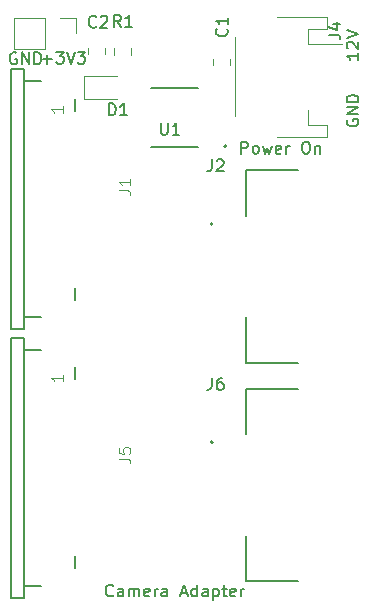
<source format=gbr>
G04 #@! TF.GenerationSoftware,KiCad,Pcbnew,(5.1.0)-1*
G04 #@! TF.CreationDate,2020-04-04T17:21:39+01:00*
G04 #@! TF.ProjectId,Camera Adapter,43616d65-7261-4204-9164-61707465722e,rev?*
G04 #@! TF.SameCoordinates,Original*
G04 #@! TF.FileFunction,Legend,Top*
G04 #@! TF.FilePolarity,Positive*
%FSLAX46Y46*%
G04 Gerber Fmt 4.6, Leading zero omitted, Abs format (unit mm)*
G04 Created by KiCad (PCBNEW (5.1.0)-1) date 2020-04-04 17:21:39*
%MOMM*%
%LPD*%
G04 APERTURE LIST*
%ADD10C,0.150000*%
%ADD11C,0.200000*%
%ADD12C,0.120000*%
%ADD13C,0.127000*%
%ADD14C,0.050000*%
G04 APERTURE END LIST*
D10*
X49863595Y-31948428D02*
X50625500Y-31948428D01*
X50244547Y-32329380D02*
X50244547Y-31567476D01*
X51006452Y-31329380D02*
X51625500Y-31329380D01*
X51292166Y-31710333D01*
X51435023Y-31710333D01*
X51530261Y-31757952D01*
X51577880Y-31805571D01*
X51625500Y-31900809D01*
X51625500Y-32138904D01*
X51577880Y-32234142D01*
X51530261Y-32281761D01*
X51435023Y-32329380D01*
X51149309Y-32329380D01*
X51054071Y-32281761D01*
X51006452Y-32234142D01*
X51911214Y-31329380D02*
X52244547Y-32329380D01*
X52577880Y-31329380D01*
X52815976Y-31329380D02*
X53435023Y-31329380D01*
X53101690Y-31710333D01*
X53244547Y-31710333D01*
X53339785Y-31757952D01*
X53387404Y-31805571D01*
X53435023Y-31900809D01*
X53435023Y-32138904D01*
X53387404Y-32234142D01*
X53339785Y-32281761D01*
X53244547Y-32329380D01*
X52958833Y-32329380D01*
X52863595Y-32281761D01*
X52815976Y-32234142D01*
X47625095Y-31440500D02*
X47529857Y-31392880D01*
X47387000Y-31392880D01*
X47244142Y-31440500D01*
X47148904Y-31535738D01*
X47101285Y-31630976D01*
X47053666Y-31821452D01*
X47053666Y-31964309D01*
X47101285Y-32154785D01*
X47148904Y-32250023D01*
X47244142Y-32345261D01*
X47387000Y-32392880D01*
X47482238Y-32392880D01*
X47625095Y-32345261D01*
X47672714Y-32297642D01*
X47672714Y-31964309D01*
X47482238Y-31964309D01*
X48101285Y-32392880D02*
X48101285Y-31392880D01*
X48672714Y-32392880D01*
X48672714Y-31392880D01*
X49148904Y-32392880D02*
X49148904Y-31392880D01*
X49387000Y-31392880D01*
X49529857Y-31440500D01*
X49625095Y-31535738D01*
X49672714Y-31630976D01*
X49720333Y-31821452D01*
X49720333Y-31964309D01*
X49672714Y-32154785D01*
X49625095Y-32250023D01*
X49529857Y-32345261D01*
X49387000Y-32392880D01*
X49148904Y-32392880D01*
X75636500Y-37083904D02*
X75588880Y-37179142D01*
X75588880Y-37322000D01*
X75636500Y-37464857D01*
X75731738Y-37560095D01*
X75826976Y-37607714D01*
X76017452Y-37655333D01*
X76160309Y-37655333D01*
X76350785Y-37607714D01*
X76446023Y-37560095D01*
X76541261Y-37464857D01*
X76588880Y-37322000D01*
X76588880Y-37226761D01*
X76541261Y-37083904D01*
X76493642Y-37036285D01*
X76160309Y-37036285D01*
X76160309Y-37226761D01*
X76588880Y-36607714D02*
X75588880Y-36607714D01*
X76588880Y-36036285D01*
X75588880Y-36036285D01*
X76588880Y-35560095D02*
X75588880Y-35560095D01*
X75588880Y-35322000D01*
X75636500Y-35179142D01*
X75731738Y-35083904D01*
X75826976Y-35036285D01*
X76017452Y-34988666D01*
X76160309Y-34988666D01*
X76350785Y-35036285D01*
X76446023Y-35083904D01*
X76541261Y-35179142D01*
X76588880Y-35322000D01*
X76588880Y-35560095D01*
X76588880Y-31416547D02*
X76588880Y-31987976D01*
X76588880Y-31702261D02*
X75588880Y-31702261D01*
X75731738Y-31797500D01*
X75826976Y-31892738D01*
X75874595Y-31987976D01*
X75684119Y-31035595D02*
X75636500Y-30987976D01*
X75588880Y-30892738D01*
X75588880Y-30654642D01*
X75636500Y-30559404D01*
X75684119Y-30511785D01*
X75779357Y-30464166D01*
X75874595Y-30464166D01*
X76017452Y-30511785D01*
X76588880Y-31083214D01*
X76588880Y-30464166D01*
X75588880Y-30178452D02*
X76588880Y-29845119D01*
X75588880Y-29511785D01*
X66666666Y-39952380D02*
X66666666Y-38952380D01*
X67047619Y-38952380D01*
X67142857Y-39000000D01*
X67190476Y-39047619D01*
X67238095Y-39142857D01*
X67238095Y-39285714D01*
X67190476Y-39380952D01*
X67142857Y-39428571D01*
X67047619Y-39476190D01*
X66666666Y-39476190D01*
X67809523Y-39952380D02*
X67714285Y-39904761D01*
X67666666Y-39857142D01*
X67619047Y-39761904D01*
X67619047Y-39476190D01*
X67666666Y-39380952D01*
X67714285Y-39333333D01*
X67809523Y-39285714D01*
X67952380Y-39285714D01*
X68047619Y-39333333D01*
X68095238Y-39380952D01*
X68142857Y-39476190D01*
X68142857Y-39761904D01*
X68095238Y-39857142D01*
X68047619Y-39904761D01*
X67952380Y-39952380D01*
X67809523Y-39952380D01*
X68476190Y-39285714D02*
X68666666Y-39952380D01*
X68857142Y-39476190D01*
X69047619Y-39952380D01*
X69238095Y-39285714D01*
X70000000Y-39904761D02*
X69904761Y-39952380D01*
X69714285Y-39952380D01*
X69619047Y-39904761D01*
X69571428Y-39809523D01*
X69571428Y-39428571D01*
X69619047Y-39333333D01*
X69714285Y-39285714D01*
X69904761Y-39285714D01*
X70000000Y-39333333D01*
X70047619Y-39428571D01*
X70047619Y-39523809D01*
X69571428Y-39619047D01*
X70476190Y-39952380D02*
X70476190Y-39285714D01*
X70476190Y-39476190D02*
X70523809Y-39380952D01*
X70571428Y-39333333D01*
X70666666Y-39285714D01*
X70761904Y-39285714D01*
X72047619Y-38952380D02*
X72238095Y-38952380D01*
X72333333Y-39000000D01*
X72428571Y-39095238D01*
X72476190Y-39285714D01*
X72476190Y-39619047D01*
X72428571Y-39809523D01*
X72333333Y-39904761D01*
X72238095Y-39952380D01*
X72047619Y-39952380D01*
X71952380Y-39904761D01*
X71857142Y-39809523D01*
X71809523Y-39619047D01*
X71809523Y-39285714D01*
X71857142Y-39095238D01*
X71952380Y-39000000D01*
X72047619Y-38952380D01*
X72904761Y-39285714D02*
X72904761Y-39952380D01*
X72904761Y-39380952D02*
X72952380Y-39333333D01*
X73047619Y-39285714D01*
X73190476Y-39285714D01*
X73285714Y-39333333D01*
X73333333Y-39428571D01*
X73333333Y-39952380D01*
X55809523Y-77357142D02*
X55761904Y-77404761D01*
X55619047Y-77452380D01*
X55523809Y-77452380D01*
X55380952Y-77404761D01*
X55285714Y-77309523D01*
X55238095Y-77214285D01*
X55190476Y-77023809D01*
X55190476Y-76880952D01*
X55238095Y-76690476D01*
X55285714Y-76595238D01*
X55380952Y-76500000D01*
X55523809Y-76452380D01*
X55619047Y-76452380D01*
X55761904Y-76500000D01*
X55809523Y-76547619D01*
X56666666Y-77452380D02*
X56666666Y-76928571D01*
X56619047Y-76833333D01*
X56523809Y-76785714D01*
X56333333Y-76785714D01*
X56238095Y-76833333D01*
X56666666Y-77404761D02*
X56571428Y-77452380D01*
X56333333Y-77452380D01*
X56238095Y-77404761D01*
X56190476Y-77309523D01*
X56190476Y-77214285D01*
X56238095Y-77119047D01*
X56333333Y-77071428D01*
X56571428Y-77071428D01*
X56666666Y-77023809D01*
X57142857Y-77452380D02*
X57142857Y-76785714D01*
X57142857Y-76880952D02*
X57190476Y-76833333D01*
X57285714Y-76785714D01*
X57428571Y-76785714D01*
X57523809Y-76833333D01*
X57571428Y-76928571D01*
X57571428Y-77452380D01*
X57571428Y-76928571D02*
X57619047Y-76833333D01*
X57714285Y-76785714D01*
X57857142Y-76785714D01*
X57952380Y-76833333D01*
X58000000Y-76928571D01*
X58000000Y-77452380D01*
X58857142Y-77404761D02*
X58761904Y-77452380D01*
X58571428Y-77452380D01*
X58476190Y-77404761D01*
X58428571Y-77309523D01*
X58428571Y-76928571D01*
X58476190Y-76833333D01*
X58571428Y-76785714D01*
X58761904Y-76785714D01*
X58857142Y-76833333D01*
X58904761Y-76928571D01*
X58904761Y-77023809D01*
X58428571Y-77119047D01*
X59333333Y-77452380D02*
X59333333Y-76785714D01*
X59333333Y-76976190D02*
X59380952Y-76880952D01*
X59428571Y-76833333D01*
X59523809Y-76785714D01*
X59619047Y-76785714D01*
X60380952Y-77452380D02*
X60380952Y-76928571D01*
X60333333Y-76833333D01*
X60238095Y-76785714D01*
X60047619Y-76785714D01*
X59952380Y-76833333D01*
X60380952Y-77404761D02*
X60285714Y-77452380D01*
X60047619Y-77452380D01*
X59952380Y-77404761D01*
X59904761Y-77309523D01*
X59904761Y-77214285D01*
X59952380Y-77119047D01*
X60047619Y-77071428D01*
X60285714Y-77071428D01*
X60380952Y-77023809D01*
X61571428Y-77166666D02*
X62047619Y-77166666D01*
X61476190Y-77452380D02*
X61809523Y-76452380D01*
X62142857Y-77452380D01*
X62904761Y-77452380D02*
X62904761Y-76452380D01*
X62904761Y-77404761D02*
X62809523Y-77452380D01*
X62619047Y-77452380D01*
X62523809Y-77404761D01*
X62476190Y-77357142D01*
X62428571Y-77261904D01*
X62428571Y-76976190D01*
X62476190Y-76880952D01*
X62523809Y-76833333D01*
X62619047Y-76785714D01*
X62809523Y-76785714D01*
X62904761Y-76833333D01*
X63809523Y-77452380D02*
X63809523Y-76928571D01*
X63761904Y-76833333D01*
X63666666Y-76785714D01*
X63476190Y-76785714D01*
X63380952Y-76833333D01*
X63809523Y-77404761D02*
X63714285Y-77452380D01*
X63476190Y-77452380D01*
X63380952Y-77404761D01*
X63333333Y-77309523D01*
X63333333Y-77214285D01*
X63380952Y-77119047D01*
X63476190Y-77071428D01*
X63714285Y-77071428D01*
X63809523Y-77023809D01*
X64285714Y-76785714D02*
X64285714Y-77785714D01*
X64285714Y-76833333D02*
X64380952Y-76785714D01*
X64571428Y-76785714D01*
X64666666Y-76833333D01*
X64714285Y-76880952D01*
X64761904Y-76976190D01*
X64761904Y-77261904D01*
X64714285Y-77357142D01*
X64666666Y-77404761D01*
X64571428Y-77452380D01*
X64380952Y-77452380D01*
X64285714Y-77404761D01*
X65047619Y-76785714D02*
X65428571Y-76785714D01*
X65190476Y-76452380D02*
X65190476Y-77309523D01*
X65238095Y-77404761D01*
X65333333Y-77452380D01*
X65428571Y-77452380D01*
X66142857Y-77404761D02*
X66047619Y-77452380D01*
X65857142Y-77452380D01*
X65761904Y-77404761D01*
X65714285Y-77309523D01*
X65714285Y-76928571D01*
X65761904Y-76833333D01*
X65857142Y-76785714D01*
X66047619Y-76785714D01*
X66142857Y-76833333D01*
X66190476Y-76928571D01*
X66190476Y-77023809D01*
X65714285Y-77119047D01*
X66619047Y-77452380D02*
X66619047Y-76785714D01*
X66619047Y-76976190D02*
X66666666Y-76880952D01*
X66714285Y-76833333D01*
X66809523Y-76785714D01*
X66904761Y-76785714D01*
D11*
X67100000Y-53800000D02*
X67100000Y-57650000D01*
X67100000Y-57650000D02*
X71500000Y-57650000D01*
X67100000Y-45200000D02*
X67100000Y-41350000D01*
X67100000Y-41350000D02*
X71500000Y-41350000D01*
X64250000Y-45900000D02*
G75*
G03X64250000Y-45900000I-100000J0D01*
G01*
D12*
X64250500Y-31933248D02*
X64250500Y-32455752D01*
X65670500Y-31933248D02*
X65670500Y-32455752D01*
X55129500Y-30980748D02*
X55129500Y-31503252D01*
X53709500Y-30980748D02*
X53709500Y-31503252D01*
X56181500Y-33393500D02*
X53321500Y-33393500D01*
X53321500Y-33393500D02*
X53321500Y-35313500D01*
X53321500Y-35313500D02*
X56181500Y-35313500D01*
X47438000Y-28451500D02*
X47438000Y-31111500D01*
X50038000Y-28451500D02*
X47438000Y-28451500D01*
X50038000Y-31111500D02*
X47438000Y-31111500D01*
X50038000Y-28451500D02*
X50038000Y-31111500D01*
X51308000Y-28451500D02*
X52638000Y-28451500D01*
X52638000Y-28451500D02*
X52638000Y-29781500D01*
X69672000Y-28404500D02*
X73922000Y-28404500D01*
X73922000Y-28404500D02*
X73922000Y-29424500D01*
X73922000Y-29424500D02*
X72322000Y-29424500D01*
X72322000Y-29424500D02*
X72322000Y-30704500D01*
X72322000Y-30704500D02*
X75212000Y-30704500D01*
X69672000Y-38524500D02*
X73922000Y-38524500D01*
X73922000Y-38524500D02*
X73922000Y-37504500D01*
X73922000Y-37504500D02*
X72322000Y-37504500D01*
X72322000Y-37504500D02*
X72322000Y-36224500D01*
X66102000Y-30124500D02*
X66102000Y-36804500D01*
D11*
X64250000Y-64400000D02*
G75*
G03X64250000Y-64400000I-100000J0D01*
G01*
X67100000Y-59850000D02*
X71500000Y-59850000D01*
X67100000Y-63700000D02*
X67100000Y-59850000D01*
X67100000Y-76150000D02*
X71500000Y-76150000D01*
X67100000Y-72300000D02*
X67100000Y-76150000D01*
D12*
X55868500Y-31566752D02*
X55868500Y-31044248D01*
X57288500Y-31566752D02*
X57288500Y-31044248D01*
D13*
X63023500Y-34370000D02*
X59023500Y-34370000D01*
X63023500Y-39417000D02*
X59023500Y-39417000D01*
D11*
X65403500Y-39338500D02*
G75*
G03X65403500Y-39338500I-100000J0D01*
G01*
D13*
X48308000Y-32815000D02*
X48308000Y-33815000D01*
X48308000Y-33815000D02*
X48308000Y-53815000D01*
X48308000Y-53815000D02*
X48308000Y-54815000D01*
X48308000Y-54815000D02*
X47208000Y-54815000D01*
X47208000Y-54815000D02*
X47208000Y-32815000D01*
X47208000Y-32815000D02*
X48308000Y-32815000D01*
X52608000Y-35315000D02*
X52608000Y-36315000D01*
X52608000Y-51315000D02*
X52608000Y-52315000D01*
X49708000Y-33815000D02*
X48308000Y-33815000D01*
X49708000Y-53815000D02*
X48308000Y-53815000D01*
X49708000Y-76548000D02*
X48308000Y-76548000D01*
X49708000Y-56548000D02*
X48308000Y-56548000D01*
X52608000Y-74048000D02*
X52608000Y-75048000D01*
X52608000Y-58048000D02*
X52608000Y-59048000D01*
X47208000Y-55548000D02*
X48308000Y-55548000D01*
X47208000Y-77548000D02*
X47208000Y-55548000D01*
X48308000Y-77548000D02*
X47208000Y-77548000D01*
X48308000Y-76548000D02*
X48308000Y-77548000D01*
X48308000Y-56548000D02*
X48308000Y-76548000D01*
X48308000Y-55548000D02*
X48308000Y-56548000D01*
D10*
X64166666Y-40452380D02*
X64166666Y-41166666D01*
X64119047Y-41309523D01*
X64023809Y-41404761D01*
X63880952Y-41452380D01*
X63785714Y-41452380D01*
X64595238Y-40547619D02*
X64642857Y-40500000D01*
X64738095Y-40452380D01*
X64976190Y-40452380D01*
X65071428Y-40500000D01*
X65119047Y-40547619D01*
X65166666Y-40642857D01*
X65166666Y-40738095D01*
X65119047Y-40880952D01*
X64547619Y-41452380D01*
X65166666Y-41452380D01*
X65417642Y-29386166D02*
X65465261Y-29433785D01*
X65512880Y-29576642D01*
X65512880Y-29671880D01*
X65465261Y-29814738D01*
X65370023Y-29909976D01*
X65274785Y-29957595D01*
X65084309Y-30005214D01*
X64941452Y-30005214D01*
X64750976Y-29957595D01*
X64655738Y-29909976D01*
X64560500Y-29814738D01*
X64512880Y-29671880D01*
X64512880Y-29576642D01*
X64560500Y-29433785D01*
X64608119Y-29386166D01*
X65512880Y-28433785D02*
X65512880Y-29005214D01*
X65512880Y-28719500D02*
X64512880Y-28719500D01*
X64655738Y-28814738D01*
X64750976Y-28909976D01*
X64798595Y-29005214D01*
X54379833Y-29186142D02*
X54332214Y-29233761D01*
X54189357Y-29281380D01*
X54094119Y-29281380D01*
X53951261Y-29233761D01*
X53856023Y-29138523D01*
X53808404Y-29043285D01*
X53760785Y-28852809D01*
X53760785Y-28709952D01*
X53808404Y-28519476D01*
X53856023Y-28424238D01*
X53951261Y-28329000D01*
X54094119Y-28281380D01*
X54189357Y-28281380D01*
X54332214Y-28329000D01*
X54379833Y-28376619D01*
X54760785Y-28376619D02*
X54808404Y-28329000D01*
X54903642Y-28281380D01*
X55141738Y-28281380D01*
X55236976Y-28329000D01*
X55284595Y-28376619D01*
X55332214Y-28471857D01*
X55332214Y-28567095D01*
X55284595Y-28709952D01*
X54713166Y-29281380D01*
X55332214Y-29281380D01*
X55459404Y-36710880D02*
X55459404Y-35710880D01*
X55697500Y-35710880D01*
X55840357Y-35758500D01*
X55935595Y-35853738D01*
X55983214Y-35948976D01*
X56030833Y-36139452D01*
X56030833Y-36282309D01*
X55983214Y-36472785D01*
X55935595Y-36568023D01*
X55840357Y-36663261D01*
X55697500Y-36710880D01*
X55459404Y-36710880D01*
X56983214Y-36710880D02*
X56411785Y-36710880D01*
X56697500Y-36710880D02*
X56697500Y-35710880D01*
X56602261Y-35853738D01*
X56507023Y-35948976D01*
X56411785Y-35996595D01*
X74064380Y-29897833D02*
X74778666Y-29897833D01*
X74921523Y-29945452D01*
X75016761Y-30040690D01*
X75064380Y-30183547D01*
X75064380Y-30278785D01*
X74397714Y-28993071D02*
X75064380Y-28993071D01*
X74016761Y-29231166D02*
X74731047Y-29469261D01*
X74731047Y-28850214D01*
X64166666Y-58952380D02*
X64166666Y-59666666D01*
X64119047Y-59809523D01*
X64023809Y-59904761D01*
X63880952Y-59952380D01*
X63785714Y-59952380D01*
X65071428Y-58952380D02*
X64880952Y-58952380D01*
X64785714Y-59000000D01*
X64738095Y-59047619D01*
X64642857Y-59190476D01*
X64595238Y-59380952D01*
X64595238Y-59761904D01*
X64642857Y-59857142D01*
X64690476Y-59904761D01*
X64785714Y-59952380D01*
X64976190Y-59952380D01*
X65071428Y-59904761D01*
X65119047Y-59857142D01*
X65166666Y-59761904D01*
X65166666Y-59523809D01*
X65119047Y-59428571D01*
X65071428Y-59380952D01*
X64976190Y-59333333D01*
X64785714Y-59333333D01*
X64690476Y-59380952D01*
X64642857Y-59428571D01*
X64595238Y-59523809D01*
X56475333Y-29217880D02*
X56142000Y-28741690D01*
X55903904Y-29217880D02*
X55903904Y-28217880D01*
X56284857Y-28217880D01*
X56380095Y-28265500D01*
X56427714Y-28313119D01*
X56475333Y-28408357D01*
X56475333Y-28551214D01*
X56427714Y-28646452D01*
X56380095Y-28694071D01*
X56284857Y-28741690D01*
X55903904Y-28741690D01*
X57427714Y-29217880D02*
X56856285Y-29217880D01*
X57142000Y-29217880D02*
X57142000Y-28217880D01*
X57046761Y-28360738D01*
X56951523Y-28455976D01*
X56856285Y-28503595D01*
X59861595Y-37345880D02*
X59861595Y-38155404D01*
X59909214Y-38250642D01*
X59956833Y-38298261D01*
X60052071Y-38345880D01*
X60242547Y-38345880D01*
X60337785Y-38298261D01*
X60385404Y-38250642D01*
X60433023Y-38155404D01*
X60433023Y-37345880D01*
X61433023Y-38345880D02*
X60861595Y-38345880D01*
X61147309Y-38345880D02*
X61147309Y-37345880D01*
X61052071Y-37488738D01*
X60956833Y-37583976D01*
X60861595Y-37631595D01*
D14*
X56283880Y-43066733D02*
X56998166Y-43066733D01*
X57141023Y-43114352D01*
X57236261Y-43209590D01*
X57283880Y-43352447D01*
X57283880Y-43447685D01*
X57283880Y-42066733D02*
X57283880Y-42638161D01*
X57283880Y-42352447D02*
X56283880Y-42352447D01*
X56426738Y-42447685D01*
X56521976Y-42542923D01*
X56569595Y-42638161D01*
X51560380Y-35929285D02*
X51560380Y-36500714D01*
X51560380Y-36215000D02*
X50560380Y-36215000D01*
X50703238Y-36310238D01*
X50798476Y-36405476D01*
X50846095Y-36500714D01*
X56283880Y-65799733D02*
X56998166Y-65799733D01*
X57141023Y-65847352D01*
X57236261Y-65942590D01*
X57283880Y-66085447D01*
X57283880Y-66180685D01*
X56283880Y-64847352D02*
X56283880Y-65323542D01*
X56760071Y-65371161D01*
X56712452Y-65323542D01*
X56664833Y-65228304D01*
X56664833Y-64990209D01*
X56712452Y-64894971D01*
X56760071Y-64847352D01*
X56855309Y-64799733D01*
X57093404Y-64799733D01*
X57188642Y-64847352D01*
X57236261Y-64894971D01*
X57283880Y-64990209D01*
X57283880Y-65228304D01*
X57236261Y-65323542D01*
X57188642Y-65371161D01*
X51560380Y-58662285D02*
X51560380Y-59233714D01*
X51560380Y-58948000D02*
X50560380Y-58948000D01*
X50703238Y-59043238D01*
X50798476Y-59138476D01*
X50846095Y-59233714D01*
M02*

</source>
